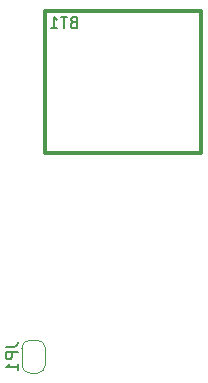
<source format=gbr>
G04 #@! TF.GenerationSoftware,KiCad,Pcbnew,(5.1.0)-1*
G04 #@! TF.CreationDate,2019-05-02T11:49:30+02:00*
G04 #@! TF.ProjectId,expansion,65787061-6e73-4696-9f6e-2e6b69636164,rev?*
G04 #@! TF.SameCoordinates,Original*
G04 #@! TF.FileFunction,Legend,Bot*
G04 #@! TF.FilePolarity,Positive*
%FSLAX46Y46*%
G04 Gerber Fmt 4.6, Leading zero omitted, Abs format (unit mm)*
G04 Created by KiCad (PCBNEW (5.1.0)-1) date 2019-05-02 11:49:30*
%MOMM*%
%LPD*%
G04 APERTURE LIST*
%ADD10C,0.300000*%
%ADD11C,0.120000*%
%ADD12C,0.150000*%
G04 APERTURE END LIST*
D10*
X132500000Y-59000000D02*
X145700000Y-59000000D01*
X145700000Y-71000000D02*
X132500000Y-71000000D01*
X145700000Y-65000000D02*
X145700000Y-70900000D01*
X145700000Y-59100000D02*
X145700000Y-65000000D01*
X132500000Y-59100000D02*
X132500000Y-65000000D01*
X132500000Y-65100000D02*
X132500000Y-71000000D01*
D11*
X130500000Y-88950000D02*
G75*
G03X131200000Y-89650000I700000J0D01*
G01*
X131800000Y-89650000D02*
G75*
G03X132500000Y-88950000I0J700000D01*
G01*
X132500000Y-87550000D02*
G75*
G03X131800000Y-86850000I-700000J0D01*
G01*
X131200000Y-86850000D02*
G75*
G03X130500000Y-87550000I0J-700000D01*
G01*
X131800000Y-86850000D02*
X131200000Y-86850000D01*
X132500000Y-88950000D02*
X132500000Y-87550000D01*
X131200000Y-89650000D02*
X131800000Y-89650000D01*
X130500000Y-87550000D02*
X130500000Y-88950000D01*
D12*
X134885714Y-59928571D02*
X134742857Y-59976190D01*
X134695238Y-60023809D01*
X134647619Y-60119047D01*
X134647619Y-60261904D01*
X134695238Y-60357142D01*
X134742857Y-60404761D01*
X134838095Y-60452380D01*
X135219047Y-60452380D01*
X135219047Y-59452380D01*
X134885714Y-59452380D01*
X134790476Y-59500000D01*
X134742857Y-59547619D01*
X134695238Y-59642857D01*
X134695238Y-59738095D01*
X134742857Y-59833333D01*
X134790476Y-59880952D01*
X134885714Y-59928571D01*
X135219047Y-59928571D01*
X134361904Y-59452380D02*
X133790476Y-59452380D01*
X134076190Y-60452380D02*
X134076190Y-59452380D01*
X132933333Y-60452380D02*
X133504761Y-60452380D01*
X133219047Y-60452380D02*
X133219047Y-59452380D01*
X133314285Y-59595238D01*
X133409523Y-59690476D01*
X133504761Y-59738095D01*
X129152380Y-87416666D02*
X129866666Y-87416666D01*
X130009523Y-87369047D01*
X130104761Y-87273809D01*
X130152380Y-87130952D01*
X130152380Y-87035714D01*
X130152380Y-87892857D02*
X129152380Y-87892857D01*
X129152380Y-88273809D01*
X129200000Y-88369047D01*
X129247619Y-88416666D01*
X129342857Y-88464285D01*
X129485714Y-88464285D01*
X129580952Y-88416666D01*
X129628571Y-88369047D01*
X129676190Y-88273809D01*
X129676190Y-87892857D01*
X130152380Y-89416666D02*
X130152380Y-88845238D01*
X130152380Y-89130952D02*
X129152380Y-89130952D01*
X129295238Y-89035714D01*
X129390476Y-88940476D01*
X129438095Y-88845238D01*
M02*

</source>
